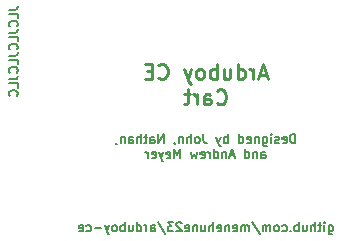
<source format=gbr>
G04 #@! TF.GenerationSoftware,KiCad,Pcbnew,(5.1.9-0-10_14)*
G04 #@! TF.CreationDate,2021-03-04T16:54:17-08:00*
G04 #@! TF.ProjectId,cart,63617274-2e6b-4696-9361-645f70636258,1.0-dev0*
G04 #@! TF.SameCoordinates,Original*
G04 #@! TF.FileFunction,Legend,Bot*
G04 #@! TF.FilePolarity,Positive*
%FSLAX46Y46*%
G04 Gerber Fmt 4.6, Leading zero omitted, Abs format (unit mm)*
G04 Created by KiCad (PCBNEW (5.1.9-0-10_14)) date 2021-03-04 16:54:17*
%MOMM*%
%LPD*%
G01*
G04 APERTURE LIST*
%ADD10C,0.127000*%
%ADD11C,0.254000*%
G04 APERTURE END LIST*
D10*
X123026714Y-103859692D02*
X123571000Y-103859692D01*
X123679857Y-103823407D01*
X123752428Y-103750835D01*
X123788714Y-103641978D01*
X123788714Y-103569407D01*
X123788714Y-104585407D02*
X123788714Y-104222550D01*
X123026714Y-104222550D01*
X123716142Y-105274835D02*
X123752428Y-105238550D01*
X123788714Y-105129692D01*
X123788714Y-105057121D01*
X123752428Y-104948264D01*
X123679857Y-104875692D01*
X123607285Y-104839407D01*
X123462142Y-104803121D01*
X123353285Y-104803121D01*
X123208142Y-104839407D01*
X123135571Y-104875692D01*
X123063000Y-104948264D01*
X123026714Y-105057121D01*
X123026714Y-105129692D01*
X123063000Y-105238550D01*
X123099285Y-105274835D01*
X123026714Y-105819121D02*
X123571000Y-105819121D01*
X123679857Y-105782835D01*
X123752428Y-105710264D01*
X123788714Y-105601407D01*
X123788714Y-105528835D01*
X123788714Y-106544835D02*
X123788714Y-106181978D01*
X123026714Y-106181978D01*
X123716142Y-107234264D02*
X123752428Y-107197978D01*
X123788714Y-107089121D01*
X123788714Y-107016550D01*
X123752428Y-106907692D01*
X123679857Y-106835121D01*
X123607285Y-106798835D01*
X123462142Y-106762550D01*
X123353285Y-106762550D01*
X123208142Y-106798835D01*
X123135571Y-106835121D01*
X123063000Y-106907692D01*
X123026714Y-107016550D01*
X123026714Y-107089121D01*
X123063000Y-107197978D01*
X123099285Y-107234264D01*
X123026714Y-107778550D02*
X123571000Y-107778550D01*
X123679857Y-107742264D01*
X123752428Y-107669692D01*
X123788714Y-107560835D01*
X123788714Y-107488264D01*
X123788714Y-108504264D02*
X123788714Y-108141407D01*
X123026714Y-108141407D01*
X123716142Y-109193692D02*
X123752428Y-109157407D01*
X123788714Y-109048550D01*
X123788714Y-108975978D01*
X123752428Y-108867121D01*
X123679857Y-108794550D01*
X123607285Y-108758264D01*
X123462142Y-108721978D01*
X123353285Y-108721978D01*
X123208142Y-108758264D01*
X123135571Y-108794550D01*
X123063000Y-108867121D01*
X123026714Y-108975978D01*
X123026714Y-109048550D01*
X123063000Y-109157407D01*
X123099285Y-109193692D01*
X123026714Y-109737978D02*
X123571000Y-109737978D01*
X123679857Y-109701692D01*
X123752428Y-109629121D01*
X123788714Y-109520264D01*
X123788714Y-109447692D01*
X123788714Y-110463692D02*
X123788714Y-110100835D01*
X123026714Y-110100835D01*
X123716142Y-111153121D02*
X123752428Y-111116835D01*
X123788714Y-111007978D01*
X123788714Y-110935407D01*
X123752428Y-110826550D01*
X123679857Y-110753978D01*
X123607285Y-110717692D01*
X123462142Y-110681407D01*
X123353285Y-110681407D01*
X123208142Y-110717692D01*
X123135571Y-110753978D01*
X123063000Y-110826550D01*
X123026714Y-110935407D01*
X123026714Y-111007978D01*
X123063000Y-111116835D01*
X123099285Y-111153121D01*
X150095857Y-122137714D02*
X150095857Y-122754571D01*
X150132142Y-122827142D01*
X150168428Y-122863428D01*
X150241000Y-122899714D01*
X150349857Y-122899714D01*
X150422428Y-122863428D01*
X150095857Y-122609428D02*
X150168428Y-122645714D01*
X150313571Y-122645714D01*
X150386142Y-122609428D01*
X150422428Y-122573142D01*
X150458714Y-122500571D01*
X150458714Y-122282857D01*
X150422428Y-122210285D01*
X150386142Y-122174000D01*
X150313571Y-122137714D01*
X150168428Y-122137714D01*
X150095857Y-122174000D01*
X149733000Y-122645714D02*
X149733000Y-122137714D01*
X149733000Y-121883714D02*
X149769285Y-121920000D01*
X149733000Y-121956285D01*
X149696714Y-121920000D01*
X149733000Y-121883714D01*
X149733000Y-121956285D01*
X149479000Y-122137714D02*
X149188714Y-122137714D01*
X149370142Y-121883714D02*
X149370142Y-122536857D01*
X149333857Y-122609428D01*
X149261285Y-122645714D01*
X149188714Y-122645714D01*
X148934714Y-122645714D02*
X148934714Y-121883714D01*
X148608142Y-122645714D02*
X148608142Y-122246571D01*
X148644428Y-122174000D01*
X148717000Y-122137714D01*
X148825857Y-122137714D01*
X148898428Y-122174000D01*
X148934714Y-122210285D01*
X147918714Y-122137714D02*
X147918714Y-122645714D01*
X148245285Y-122137714D02*
X148245285Y-122536857D01*
X148209000Y-122609428D01*
X148136428Y-122645714D01*
X148027571Y-122645714D01*
X147955000Y-122609428D01*
X147918714Y-122573142D01*
X147555857Y-122645714D02*
X147555857Y-121883714D01*
X147555857Y-122174000D02*
X147483285Y-122137714D01*
X147338142Y-122137714D01*
X147265571Y-122174000D01*
X147229285Y-122210285D01*
X147193000Y-122282857D01*
X147193000Y-122500571D01*
X147229285Y-122573142D01*
X147265571Y-122609428D01*
X147338142Y-122645714D01*
X147483285Y-122645714D01*
X147555857Y-122609428D01*
X146866428Y-122573142D02*
X146830142Y-122609428D01*
X146866428Y-122645714D01*
X146902714Y-122609428D01*
X146866428Y-122573142D01*
X146866428Y-122645714D01*
X146177000Y-122609428D02*
X146249571Y-122645714D01*
X146394714Y-122645714D01*
X146467285Y-122609428D01*
X146503571Y-122573142D01*
X146539857Y-122500571D01*
X146539857Y-122282857D01*
X146503571Y-122210285D01*
X146467285Y-122174000D01*
X146394714Y-122137714D01*
X146249571Y-122137714D01*
X146177000Y-122174000D01*
X145741571Y-122645714D02*
X145814142Y-122609428D01*
X145850428Y-122573142D01*
X145886714Y-122500571D01*
X145886714Y-122282857D01*
X145850428Y-122210285D01*
X145814142Y-122174000D01*
X145741571Y-122137714D01*
X145632714Y-122137714D01*
X145560142Y-122174000D01*
X145523857Y-122210285D01*
X145487571Y-122282857D01*
X145487571Y-122500571D01*
X145523857Y-122573142D01*
X145560142Y-122609428D01*
X145632714Y-122645714D01*
X145741571Y-122645714D01*
X145161000Y-122645714D02*
X145161000Y-122137714D01*
X145161000Y-122210285D02*
X145124714Y-122174000D01*
X145052142Y-122137714D01*
X144943285Y-122137714D01*
X144870714Y-122174000D01*
X144834428Y-122246571D01*
X144834428Y-122645714D01*
X144834428Y-122246571D02*
X144798142Y-122174000D01*
X144725571Y-122137714D01*
X144616714Y-122137714D01*
X144544142Y-122174000D01*
X144507857Y-122246571D01*
X144507857Y-122645714D01*
X143600714Y-121847428D02*
X144253857Y-122827142D01*
X143346714Y-122645714D02*
X143346714Y-122137714D01*
X143346714Y-122210285D02*
X143310428Y-122174000D01*
X143237857Y-122137714D01*
X143129000Y-122137714D01*
X143056428Y-122174000D01*
X143020142Y-122246571D01*
X143020142Y-122645714D01*
X143020142Y-122246571D02*
X142983857Y-122174000D01*
X142911285Y-122137714D01*
X142802428Y-122137714D01*
X142729857Y-122174000D01*
X142693571Y-122246571D01*
X142693571Y-122645714D01*
X142040428Y-122609428D02*
X142113000Y-122645714D01*
X142258142Y-122645714D01*
X142330714Y-122609428D01*
X142367000Y-122536857D01*
X142367000Y-122246571D01*
X142330714Y-122174000D01*
X142258142Y-122137714D01*
X142113000Y-122137714D01*
X142040428Y-122174000D01*
X142004142Y-122246571D01*
X142004142Y-122319142D01*
X142367000Y-122391714D01*
X141677571Y-122137714D02*
X141677571Y-122645714D01*
X141677571Y-122210285D02*
X141641285Y-122174000D01*
X141568714Y-122137714D01*
X141459857Y-122137714D01*
X141387285Y-122174000D01*
X141351000Y-122246571D01*
X141351000Y-122645714D01*
X140697857Y-122609428D02*
X140770428Y-122645714D01*
X140915571Y-122645714D01*
X140988142Y-122609428D01*
X141024428Y-122536857D01*
X141024428Y-122246571D01*
X140988142Y-122174000D01*
X140915571Y-122137714D01*
X140770428Y-122137714D01*
X140697857Y-122174000D01*
X140661571Y-122246571D01*
X140661571Y-122319142D01*
X141024428Y-122391714D01*
X140335000Y-122645714D02*
X140335000Y-121883714D01*
X140008428Y-122645714D02*
X140008428Y-122246571D01*
X140044714Y-122174000D01*
X140117285Y-122137714D01*
X140226142Y-122137714D01*
X140298714Y-122174000D01*
X140335000Y-122210285D01*
X139319000Y-122137714D02*
X139319000Y-122645714D01*
X139645571Y-122137714D02*
X139645571Y-122536857D01*
X139609285Y-122609428D01*
X139536714Y-122645714D01*
X139427857Y-122645714D01*
X139355285Y-122609428D01*
X139319000Y-122573142D01*
X138956142Y-122137714D02*
X138956142Y-122645714D01*
X138956142Y-122210285D02*
X138919857Y-122174000D01*
X138847285Y-122137714D01*
X138738428Y-122137714D01*
X138665857Y-122174000D01*
X138629571Y-122246571D01*
X138629571Y-122645714D01*
X137976428Y-122609428D02*
X138049000Y-122645714D01*
X138194142Y-122645714D01*
X138266714Y-122609428D01*
X138303000Y-122536857D01*
X138303000Y-122246571D01*
X138266714Y-122174000D01*
X138194142Y-122137714D01*
X138049000Y-122137714D01*
X137976428Y-122174000D01*
X137940142Y-122246571D01*
X137940142Y-122319142D01*
X138303000Y-122391714D01*
X137649857Y-121956285D02*
X137613571Y-121920000D01*
X137541000Y-121883714D01*
X137359571Y-121883714D01*
X137287000Y-121920000D01*
X137250714Y-121956285D01*
X137214428Y-122028857D01*
X137214428Y-122101428D01*
X137250714Y-122210285D01*
X137686142Y-122645714D01*
X137214428Y-122645714D01*
X136960428Y-121883714D02*
X136488714Y-121883714D01*
X136742714Y-122174000D01*
X136633857Y-122174000D01*
X136561285Y-122210285D01*
X136525000Y-122246571D01*
X136488714Y-122319142D01*
X136488714Y-122500571D01*
X136525000Y-122573142D01*
X136561285Y-122609428D01*
X136633857Y-122645714D01*
X136851571Y-122645714D01*
X136924142Y-122609428D01*
X136960428Y-122573142D01*
X135617857Y-121847428D02*
X136271000Y-122827142D01*
X135037285Y-122645714D02*
X135037285Y-122246571D01*
X135073571Y-122174000D01*
X135146142Y-122137714D01*
X135291285Y-122137714D01*
X135363857Y-122174000D01*
X135037285Y-122609428D02*
X135109857Y-122645714D01*
X135291285Y-122645714D01*
X135363857Y-122609428D01*
X135400142Y-122536857D01*
X135400142Y-122464285D01*
X135363857Y-122391714D01*
X135291285Y-122355428D01*
X135109857Y-122355428D01*
X135037285Y-122319142D01*
X134674428Y-122645714D02*
X134674428Y-122137714D01*
X134674428Y-122282857D02*
X134638142Y-122210285D01*
X134601857Y-122174000D01*
X134529285Y-122137714D01*
X134456714Y-122137714D01*
X133876142Y-122645714D02*
X133876142Y-121883714D01*
X133876142Y-122609428D02*
X133948714Y-122645714D01*
X134093857Y-122645714D01*
X134166428Y-122609428D01*
X134202714Y-122573142D01*
X134239000Y-122500571D01*
X134239000Y-122282857D01*
X134202714Y-122210285D01*
X134166428Y-122174000D01*
X134093857Y-122137714D01*
X133948714Y-122137714D01*
X133876142Y-122174000D01*
X133186714Y-122137714D02*
X133186714Y-122645714D01*
X133513285Y-122137714D02*
X133513285Y-122536857D01*
X133477000Y-122609428D01*
X133404428Y-122645714D01*
X133295571Y-122645714D01*
X133223000Y-122609428D01*
X133186714Y-122573142D01*
X132823857Y-122645714D02*
X132823857Y-121883714D01*
X132823857Y-122174000D02*
X132751285Y-122137714D01*
X132606142Y-122137714D01*
X132533571Y-122174000D01*
X132497285Y-122210285D01*
X132461000Y-122282857D01*
X132461000Y-122500571D01*
X132497285Y-122573142D01*
X132533571Y-122609428D01*
X132606142Y-122645714D01*
X132751285Y-122645714D01*
X132823857Y-122609428D01*
X132025571Y-122645714D02*
X132098142Y-122609428D01*
X132134428Y-122573142D01*
X132170714Y-122500571D01*
X132170714Y-122282857D01*
X132134428Y-122210285D01*
X132098142Y-122174000D01*
X132025571Y-122137714D01*
X131916714Y-122137714D01*
X131844142Y-122174000D01*
X131807857Y-122210285D01*
X131771571Y-122282857D01*
X131771571Y-122500571D01*
X131807857Y-122573142D01*
X131844142Y-122609428D01*
X131916714Y-122645714D01*
X132025571Y-122645714D01*
X131517571Y-122137714D02*
X131336142Y-122645714D01*
X131154714Y-122137714D02*
X131336142Y-122645714D01*
X131408714Y-122827142D01*
X131445000Y-122863428D01*
X131517571Y-122899714D01*
X130864428Y-122355428D02*
X130283857Y-122355428D01*
X129594428Y-122609428D02*
X129667000Y-122645714D01*
X129812142Y-122645714D01*
X129884714Y-122609428D01*
X129921000Y-122573142D01*
X129957285Y-122500571D01*
X129957285Y-122282857D01*
X129921000Y-122210285D01*
X129884714Y-122174000D01*
X129812142Y-122137714D01*
X129667000Y-122137714D01*
X129594428Y-122174000D01*
X128977571Y-122609428D02*
X129050142Y-122645714D01*
X129195285Y-122645714D01*
X129267857Y-122609428D01*
X129304142Y-122536857D01*
X129304142Y-122246571D01*
X129267857Y-122174000D01*
X129195285Y-122137714D01*
X129050142Y-122137714D01*
X128977571Y-122174000D01*
X128941285Y-122246571D01*
X128941285Y-122319142D01*
X129304142Y-122391714D01*
X147265571Y-115152714D02*
X147265571Y-114390714D01*
X147084142Y-114390714D01*
X146975285Y-114427000D01*
X146902714Y-114499571D01*
X146866428Y-114572142D01*
X146830142Y-114717285D01*
X146830142Y-114826142D01*
X146866428Y-114971285D01*
X146902714Y-115043857D01*
X146975285Y-115116428D01*
X147084142Y-115152714D01*
X147265571Y-115152714D01*
X146213285Y-115116428D02*
X146285857Y-115152714D01*
X146431000Y-115152714D01*
X146503571Y-115116428D01*
X146539857Y-115043857D01*
X146539857Y-114753571D01*
X146503571Y-114681000D01*
X146431000Y-114644714D01*
X146285857Y-114644714D01*
X146213285Y-114681000D01*
X146177000Y-114753571D01*
X146177000Y-114826142D01*
X146539857Y-114898714D01*
X145886714Y-115116428D02*
X145814142Y-115152714D01*
X145669000Y-115152714D01*
X145596428Y-115116428D01*
X145560142Y-115043857D01*
X145560142Y-115007571D01*
X145596428Y-114935000D01*
X145669000Y-114898714D01*
X145777857Y-114898714D01*
X145850428Y-114862428D01*
X145886714Y-114789857D01*
X145886714Y-114753571D01*
X145850428Y-114681000D01*
X145777857Y-114644714D01*
X145669000Y-114644714D01*
X145596428Y-114681000D01*
X145233571Y-115152714D02*
X145233571Y-114644714D01*
X145233571Y-114390714D02*
X145269857Y-114427000D01*
X145233571Y-114463285D01*
X145197285Y-114427000D01*
X145233571Y-114390714D01*
X145233571Y-114463285D01*
X144544142Y-114644714D02*
X144544142Y-115261571D01*
X144580428Y-115334142D01*
X144616714Y-115370428D01*
X144689285Y-115406714D01*
X144798142Y-115406714D01*
X144870714Y-115370428D01*
X144544142Y-115116428D02*
X144616714Y-115152714D01*
X144761857Y-115152714D01*
X144834428Y-115116428D01*
X144870714Y-115080142D01*
X144907000Y-115007571D01*
X144907000Y-114789857D01*
X144870714Y-114717285D01*
X144834428Y-114681000D01*
X144761857Y-114644714D01*
X144616714Y-114644714D01*
X144544142Y-114681000D01*
X144181285Y-114644714D02*
X144181285Y-115152714D01*
X144181285Y-114717285D02*
X144145000Y-114681000D01*
X144072428Y-114644714D01*
X143963571Y-114644714D01*
X143891000Y-114681000D01*
X143854714Y-114753571D01*
X143854714Y-115152714D01*
X143201571Y-115116428D02*
X143274142Y-115152714D01*
X143419285Y-115152714D01*
X143491857Y-115116428D01*
X143528142Y-115043857D01*
X143528142Y-114753571D01*
X143491857Y-114681000D01*
X143419285Y-114644714D01*
X143274142Y-114644714D01*
X143201571Y-114681000D01*
X143165285Y-114753571D01*
X143165285Y-114826142D01*
X143528142Y-114898714D01*
X142512142Y-115152714D02*
X142512142Y-114390714D01*
X142512142Y-115116428D02*
X142584714Y-115152714D01*
X142729857Y-115152714D01*
X142802428Y-115116428D01*
X142838714Y-115080142D01*
X142875000Y-115007571D01*
X142875000Y-114789857D01*
X142838714Y-114717285D01*
X142802428Y-114681000D01*
X142729857Y-114644714D01*
X142584714Y-114644714D01*
X142512142Y-114681000D01*
X141568714Y-115152714D02*
X141568714Y-114390714D01*
X141568714Y-114681000D02*
X141496142Y-114644714D01*
X141351000Y-114644714D01*
X141278428Y-114681000D01*
X141242142Y-114717285D01*
X141205857Y-114789857D01*
X141205857Y-115007571D01*
X141242142Y-115080142D01*
X141278428Y-115116428D01*
X141351000Y-115152714D01*
X141496142Y-115152714D01*
X141568714Y-115116428D01*
X140951857Y-114644714D02*
X140770428Y-115152714D01*
X140589000Y-114644714D02*
X140770428Y-115152714D01*
X140843000Y-115334142D01*
X140879285Y-115370428D01*
X140951857Y-115406714D01*
X139500428Y-114390714D02*
X139500428Y-114935000D01*
X139536714Y-115043857D01*
X139609285Y-115116428D01*
X139718142Y-115152714D01*
X139790714Y-115152714D01*
X139028714Y-115152714D02*
X139101285Y-115116428D01*
X139137571Y-115080142D01*
X139173857Y-115007571D01*
X139173857Y-114789857D01*
X139137571Y-114717285D01*
X139101285Y-114681000D01*
X139028714Y-114644714D01*
X138919857Y-114644714D01*
X138847285Y-114681000D01*
X138811000Y-114717285D01*
X138774714Y-114789857D01*
X138774714Y-115007571D01*
X138811000Y-115080142D01*
X138847285Y-115116428D01*
X138919857Y-115152714D01*
X139028714Y-115152714D01*
X138448142Y-115152714D02*
X138448142Y-114390714D01*
X138121571Y-115152714D02*
X138121571Y-114753571D01*
X138157857Y-114681000D01*
X138230428Y-114644714D01*
X138339285Y-114644714D01*
X138411857Y-114681000D01*
X138448142Y-114717285D01*
X137758714Y-114644714D02*
X137758714Y-115152714D01*
X137758714Y-114717285D02*
X137722428Y-114681000D01*
X137649857Y-114644714D01*
X137541000Y-114644714D01*
X137468428Y-114681000D01*
X137432142Y-114753571D01*
X137432142Y-115152714D01*
X137033000Y-115116428D02*
X137033000Y-115152714D01*
X137069285Y-115225285D01*
X137105571Y-115261571D01*
X136125857Y-115152714D02*
X136125857Y-114390714D01*
X135690428Y-115152714D01*
X135690428Y-114390714D01*
X135001000Y-115152714D02*
X135001000Y-114753571D01*
X135037285Y-114681000D01*
X135109857Y-114644714D01*
X135255000Y-114644714D01*
X135327571Y-114681000D01*
X135001000Y-115116428D02*
X135073571Y-115152714D01*
X135255000Y-115152714D01*
X135327571Y-115116428D01*
X135363857Y-115043857D01*
X135363857Y-114971285D01*
X135327571Y-114898714D01*
X135255000Y-114862428D01*
X135073571Y-114862428D01*
X135001000Y-114826142D01*
X134747000Y-114644714D02*
X134456714Y-114644714D01*
X134638142Y-114390714D02*
X134638142Y-115043857D01*
X134601857Y-115116428D01*
X134529285Y-115152714D01*
X134456714Y-115152714D01*
X134202714Y-115152714D02*
X134202714Y-114390714D01*
X133876142Y-115152714D02*
X133876142Y-114753571D01*
X133912428Y-114681000D01*
X133985000Y-114644714D01*
X134093857Y-114644714D01*
X134166428Y-114681000D01*
X134202714Y-114717285D01*
X133186714Y-115152714D02*
X133186714Y-114753571D01*
X133223000Y-114681000D01*
X133295571Y-114644714D01*
X133440714Y-114644714D01*
X133513285Y-114681000D01*
X133186714Y-115116428D02*
X133259285Y-115152714D01*
X133440714Y-115152714D01*
X133513285Y-115116428D01*
X133549571Y-115043857D01*
X133549571Y-114971285D01*
X133513285Y-114898714D01*
X133440714Y-114862428D01*
X133259285Y-114862428D01*
X133186714Y-114826142D01*
X132823857Y-114644714D02*
X132823857Y-115152714D01*
X132823857Y-114717285D02*
X132787571Y-114681000D01*
X132715000Y-114644714D01*
X132606142Y-114644714D01*
X132533571Y-114681000D01*
X132497285Y-114753571D01*
X132497285Y-115152714D01*
X132098142Y-115116428D02*
X132098142Y-115152714D01*
X132134428Y-115225285D01*
X132170714Y-115261571D01*
X144399000Y-116422714D02*
X144399000Y-116023571D01*
X144435285Y-115951000D01*
X144507857Y-115914714D01*
X144653000Y-115914714D01*
X144725571Y-115951000D01*
X144399000Y-116386428D02*
X144471571Y-116422714D01*
X144653000Y-116422714D01*
X144725571Y-116386428D01*
X144761857Y-116313857D01*
X144761857Y-116241285D01*
X144725571Y-116168714D01*
X144653000Y-116132428D01*
X144471571Y-116132428D01*
X144399000Y-116096142D01*
X144036142Y-115914714D02*
X144036142Y-116422714D01*
X144036142Y-115987285D02*
X143999857Y-115951000D01*
X143927285Y-115914714D01*
X143818428Y-115914714D01*
X143745857Y-115951000D01*
X143709571Y-116023571D01*
X143709571Y-116422714D01*
X143020142Y-116422714D02*
X143020142Y-115660714D01*
X143020142Y-116386428D02*
X143092714Y-116422714D01*
X143237857Y-116422714D01*
X143310428Y-116386428D01*
X143346714Y-116350142D01*
X143383000Y-116277571D01*
X143383000Y-116059857D01*
X143346714Y-115987285D01*
X143310428Y-115951000D01*
X143237857Y-115914714D01*
X143092714Y-115914714D01*
X143020142Y-115951000D01*
X142113000Y-116205000D02*
X141750142Y-116205000D01*
X142185571Y-116422714D02*
X141931571Y-115660714D01*
X141677571Y-116422714D01*
X141423571Y-115914714D02*
X141423571Y-116422714D01*
X141423571Y-115987285D02*
X141387285Y-115951000D01*
X141314714Y-115914714D01*
X141205857Y-115914714D01*
X141133285Y-115951000D01*
X141097000Y-116023571D01*
X141097000Y-116422714D01*
X140407571Y-116422714D02*
X140407571Y-115660714D01*
X140407571Y-116386428D02*
X140480142Y-116422714D01*
X140625285Y-116422714D01*
X140697857Y-116386428D01*
X140734142Y-116350142D01*
X140770428Y-116277571D01*
X140770428Y-116059857D01*
X140734142Y-115987285D01*
X140697857Y-115951000D01*
X140625285Y-115914714D01*
X140480142Y-115914714D01*
X140407571Y-115951000D01*
X140044714Y-116422714D02*
X140044714Y-115914714D01*
X140044714Y-116059857D02*
X140008428Y-115987285D01*
X139972142Y-115951000D01*
X139899571Y-115914714D01*
X139827000Y-115914714D01*
X139282714Y-116386428D02*
X139355285Y-116422714D01*
X139500428Y-116422714D01*
X139573000Y-116386428D01*
X139609285Y-116313857D01*
X139609285Y-116023571D01*
X139573000Y-115951000D01*
X139500428Y-115914714D01*
X139355285Y-115914714D01*
X139282714Y-115951000D01*
X139246428Y-116023571D01*
X139246428Y-116096142D01*
X139609285Y-116168714D01*
X138992428Y-115914714D02*
X138847285Y-116422714D01*
X138702142Y-116059857D01*
X138557000Y-116422714D01*
X138411857Y-115914714D01*
X137541000Y-116422714D02*
X137541000Y-115660714D01*
X137287000Y-116205000D01*
X137033000Y-115660714D01*
X137033000Y-116422714D01*
X136379857Y-116386428D02*
X136452428Y-116422714D01*
X136597571Y-116422714D01*
X136670142Y-116386428D01*
X136706428Y-116313857D01*
X136706428Y-116023571D01*
X136670142Y-115951000D01*
X136597571Y-115914714D01*
X136452428Y-115914714D01*
X136379857Y-115951000D01*
X136343571Y-116023571D01*
X136343571Y-116096142D01*
X136706428Y-116168714D01*
X136089571Y-115914714D02*
X135908142Y-116422714D01*
X135726714Y-115914714D02*
X135908142Y-116422714D01*
X135980714Y-116604142D01*
X136017000Y-116640428D01*
X136089571Y-116676714D01*
X135146142Y-116386428D02*
X135218714Y-116422714D01*
X135363857Y-116422714D01*
X135436428Y-116386428D01*
X135472714Y-116313857D01*
X135472714Y-116023571D01*
X135436428Y-115951000D01*
X135363857Y-115914714D01*
X135218714Y-115914714D01*
X135146142Y-115951000D01*
X135109857Y-116023571D01*
X135109857Y-116096142D01*
X135472714Y-116168714D01*
X134783285Y-116422714D02*
X134783285Y-115914714D01*
X134783285Y-116059857D02*
X134747000Y-115987285D01*
X134710714Y-115951000D01*
X134638142Y-115914714D01*
X134565571Y-115914714D01*
D11*
X144870714Y-109368166D02*
X144265952Y-109368166D01*
X144991666Y-109731023D02*
X144568333Y-108461023D01*
X144145000Y-109731023D01*
X143721666Y-109731023D02*
X143721666Y-108884357D01*
X143721666Y-109126261D02*
X143661190Y-109005309D01*
X143600714Y-108944833D01*
X143479761Y-108884357D01*
X143358809Y-108884357D01*
X142391190Y-109731023D02*
X142391190Y-108461023D01*
X142391190Y-109670547D02*
X142512142Y-109731023D01*
X142754047Y-109731023D01*
X142875000Y-109670547D01*
X142935476Y-109610071D01*
X142995952Y-109489119D01*
X142995952Y-109126261D01*
X142935476Y-109005309D01*
X142875000Y-108944833D01*
X142754047Y-108884357D01*
X142512142Y-108884357D01*
X142391190Y-108944833D01*
X141242142Y-108884357D02*
X141242142Y-109731023D01*
X141786428Y-108884357D02*
X141786428Y-109549595D01*
X141725952Y-109670547D01*
X141605000Y-109731023D01*
X141423571Y-109731023D01*
X141302619Y-109670547D01*
X141242142Y-109610071D01*
X140637380Y-109731023D02*
X140637380Y-108461023D01*
X140637380Y-108944833D02*
X140516428Y-108884357D01*
X140274523Y-108884357D01*
X140153571Y-108944833D01*
X140093095Y-109005309D01*
X140032619Y-109126261D01*
X140032619Y-109489119D01*
X140093095Y-109610071D01*
X140153571Y-109670547D01*
X140274523Y-109731023D01*
X140516428Y-109731023D01*
X140637380Y-109670547D01*
X139306904Y-109731023D02*
X139427857Y-109670547D01*
X139488333Y-109610071D01*
X139548809Y-109489119D01*
X139548809Y-109126261D01*
X139488333Y-109005309D01*
X139427857Y-108944833D01*
X139306904Y-108884357D01*
X139125476Y-108884357D01*
X139004523Y-108944833D01*
X138944047Y-109005309D01*
X138883571Y-109126261D01*
X138883571Y-109489119D01*
X138944047Y-109610071D01*
X139004523Y-109670547D01*
X139125476Y-109731023D01*
X139306904Y-109731023D01*
X138460238Y-108884357D02*
X138157857Y-109731023D01*
X137855476Y-108884357D02*
X138157857Y-109731023D01*
X138278809Y-110033404D01*
X138339285Y-110093880D01*
X138460238Y-110154357D01*
X135678333Y-109610071D02*
X135738809Y-109670547D01*
X135920238Y-109731023D01*
X136041190Y-109731023D01*
X136222619Y-109670547D01*
X136343571Y-109549595D01*
X136404047Y-109428642D01*
X136464523Y-109186738D01*
X136464523Y-109005309D01*
X136404047Y-108763404D01*
X136343571Y-108642452D01*
X136222619Y-108521500D01*
X136041190Y-108461023D01*
X135920238Y-108461023D01*
X135738809Y-108521500D01*
X135678333Y-108581976D01*
X135134047Y-109065785D02*
X134710714Y-109065785D01*
X134529285Y-109731023D02*
X135134047Y-109731023D01*
X135134047Y-108461023D01*
X134529285Y-108461023D01*
X140637380Y-111769071D02*
X140697857Y-111829547D01*
X140879285Y-111890023D01*
X141000238Y-111890023D01*
X141181666Y-111829547D01*
X141302619Y-111708595D01*
X141363095Y-111587642D01*
X141423571Y-111345738D01*
X141423571Y-111164309D01*
X141363095Y-110922404D01*
X141302619Y-110801452D01*
X141181666Y-110680500D01*
X141000238Y-110620023D01*
X140879285Y-110620023D01*
X140697857Y-110680500D01*
X140637380Y-110740976D01*
X139548809Y-111890023D02*
X139548809Y-111224785D01*
X139609285Y-111103833D01*
X139730238Y-111043357D01*
X139972142Y-111043357D01*
X140093095Y-111103833D01*
X139548809Y-111829547D02*
X139669761Y-111890023D01*
X139972142Y-111890023D01*
X140093095Y-111829547D01*
X140153571Y-111708595D01*
X140153571Y-111587642D01*
X140093095Y-111466690D01*
X139972142Y-111406214D01*
X139669761Y-111406214D01*
X139548809Y-111345738D01*
X138944047Y-111890023D02*
X138944047Y-111043357D01*
X138944047Y-111285261D02*
X138883571Y-111164309D01*
X138823095Y-111103833D01*
X138702142Y-111043357D01*
X138581190Y-111043357D01*
X138339285Y-111043357D02*
X137855476Y-111043357D01*
X138157857Y-110620023D02*
X138157857Y-111708595D01*
X138097380Y-111829547D01*
X137976428Y-111890023D01*
X137855476Y-111890023D01*
M02*

</source>
